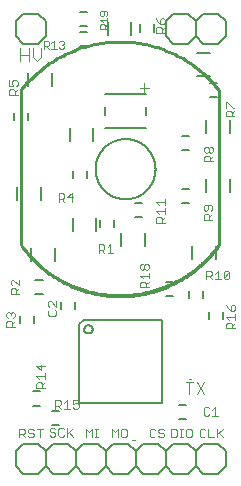
<source format=gto>
G75*
%MOIN*%
%OFA0B0*%
%FSLAX25Y25*%
%IPPOS*%
%LPD*%
%AMOC8*
5,1,8,0,0,1.08239X$1,22.5*
%
%ADD10C,0.00400*%
%ADD11C,0.00300*%
%ADD12C,0.00600*%
%ADD13C,0.00800*%
%ADD14C,0.00500*%
%ADD15C,0.00200*%
%ADD16C,0.01000*%
%ADD17C,0.00000*%
D10*
X0049068Y0131397D02*
X0049068Y0134133D01*
X0047700Y0132765D02*
X0050436Y0132765D01*
X0014579Y0143081D02*
X0014579Y0145817D01*
X0014579Y0143081D02*
X0013211Y0141713D01*
X0011844Y0143081D01*
X0011844Y0145817D01*
X0010436Y0145817D02*
X0010436Y0141713D01*
X0010436Y0143765D02*
X0007700Y0143765D01*
X0007700Y0141713D02*
X0007700Y0145817D01*
D11*
X0006294Y0135165D02*
X0005327Y0135165D01*
X0004843Y0134681D01*
X0004843Y0134198D01*
X0005327Y0133230D01*
X0003875Y0133230D01*
X0003875Y0135165D01*
X0004359Y0132219D02*
X0003875Y0131735D01*
X0003875Y0130284D01*
X0006778Y0130284D01*
X0005810Y0130284D02*
X0005810Y0131735D01*
X0005327Y0132219D01*
X0004359Y0132219D01*
X0005810Y0131251D02*
X0006778Y0132219D01*
X0006294Y0133230D02*
X0006778Y0133714D01*
X0006778Y0134681D01*
X0006294Y0135165D01*
X0020454Y0097558D02*
X0021905Y0097558D01*
X0022389Y0097074D01*
X0022389Y0096106D01*
X0021905Y0095623D01*
X0020454Y0095623D01*
X0021421Y0095623D02*
X0022389Y0094655D01*
X0023400Y0096106D02*
X0025335Y0096106D01*
X0024852Y0094655D02*
X0024852Y0097558D01*
X0023400Y0096106D01*
X0020454Y0094655D02*
X0020454Y0097558D01*
X0033798Y0080517D02*
X0033798Y0077614D01*
X0033798Y0078582D02*
X0035249Y0078582D01*
X0035733Y0079065D01*
X0035733Y0080033D01*
X0035249Y0080517D01*
X0033798Y0080517D01*
X0034765Y0078582D02*
X0035733Y0077614D01*
X0036744Y0077614D02*
X0038679Y0077614D01*
X0037712Y0077614D02*
X0037712Y0080517D01*
X0036744Y0079549D01*
X0047598Y0073508D02*
X0047598Y0072540D01*
X0048081Y0072056D01*
X0048565Y0072056D01*
X0049049Y0072540D01*
X0049049Y0073508D01*
X0049533Y0073991D01*
X0050016Y0073991D01*
X0050500Y0073508D01*
X0050500Y0072540D01*
X0050016Y0072056D01*
X0049533Y0072056D01*
X0049049Y0072540D01*
X0049049Y0073508D02*
X0048565Y0073991D01*
X0048081Y0073991D01*
X0047598Y0073508D01*
X0047598Y0070077D02*
X0050500Y0070077D01*
X0050500Y0069110D02*
X0050500Y0071045D01*
X0050500Y0068098D02*
X0049533Y0067131D01*
X0049533Y0067615D02*
X0049533Y0066163D01*
X0050500Y0066163D02*
X0047598Y0066163D01*
X0047598Y0067615D01*
X0048081Y0068098D01*
X0049049Y0068098D01*
X0049533Y0067615D01*
X0048565Y0069110D02*
X0047598Y0070077D01*
X0052898Y0087663D02*
X0052898Y0089115D01*
X0053381Y0089598D01*
X0054349Y0089598D01*
X0054833Y0089115D01*
X0054833Y0087663D01*
X0055800Y0087663D02*
X0052898Y0087663D01*
X0054833Y0088631D02*
X0055800Y0089598D01*
X0055800Y0090610D02*
X0055800Y0092545D01*
X0055800Y0091577D02*
X0052898Y0091577D01*
X0053865Y0090610D01*
X0053865Y0093556D02*
X0052898Y0094524D01*
X0055800Y0094524D01*
X0055800Y0095491D02*
X0055800Y0093556D01*
X0068764Y0093164D02*
X0068764Y0092197D01*
X0069247Y0091713D01*
X0069731Y0091713D01*
X0070215Y0092197D01*
X0070215Y0093648D01*
X0071182Y0093648D02*
X0069247Y0093648D01*
X0068764Y0093164D01*
X0069247Y0090702D02*
X0070215Y0090702D01*
X0070699Y0090218D01*
X0070699Y0088767D01*
X0070699Y0089734D02*
X0071666Y0090702D01*
X0071182Y0091713D02*
X0071666Y0092197D01*
X0071666Y0093164D01*
X0071182Y0093648D01*
X0069247Y0090702D02*
X0068764Y0090218D01*
X0068764Y0088767D01*
X0071666Y0088767D01*
X0070978Y0071724D02*
X0069526Y0071724D01*
X0069526Y0068821D01*
X0069526Y0069789D02*
X0070978Y0069789D01*
X0071461Y0070272D01*
X0071461Y0071240D01*
X0070978Y0071724D01*
X0072473Y0070756D02*
X0073440Y0071724D01*
X0073440Y0068821D01*
X0072473Y0068821D02*
X0074408Y0068821D01*
X0075419Y0069305D02*
X0077354Y0071240D01*
X0077354Y0069305D01*
X0076871Y0068821D01*
X0075903Y0068821D01*
X0075419Y0069305D01*
X0075419Y0071240D01*
X0075903Y0071724D01*
X0076871Y0071724D01*
X0077354Y0071240D01*
X0071461Y0068821D02*
X0070494Y0069789D01*
X0076398Y0060291D02*
X0076881Y0059324D01*
X0077849Y0058356D01*
X0077849Y0059808D01*
X0078333Y0060291D01*
X0078816Y0060291D01*
X0079300Y0059808D01*
X0079300Y0058840D01*
X0078816Y0058356D01*
X0077849Y0058356D01*
X0079300Y0057345D02*
X0079300Y0055410D01*
X0079300Y0056377D02*
X0076398Y0056377D01*
X0077365Y0055410D01*
X0076881Y0054398D02*
X0076398Y0053915D01*
X0076398Y0052463D01*
X0079300Y0052463D01*
X0078333Y0052463D02*
X0078333Y0053915D01*
X0077849Y0054398D01*
X0076881Y0054398D01*
X0078333Y0053431D02*
X0079300Y0054398D01*
X0068902Y0034467D02*
X0066433Y0030763D01*
X0068902Y0030763D02*
X0066433Y0034467D01*
X0065219Y0034467D02*
X0062750Y0034467D01*
X0063984Y0034467D02*
X0063984Y0030763D01*
X0068750Y0025832D02*
X0068750Y0023897D01*
X0069234Y0023413D01*
X0070201Y0023413D01*
X0070685Y0023897D01*
X0071697Y0023413D02*
X0073631Y0023413D01*
X0072664Y0023413D02*
X0072664Y0026316D01*
X0071697Y0025348D01*
X0070685Y0025832D02*
X0070201Y0026316D01*
X0069234Y0026316D01*
X0068750Y0025832D01*
X0068901Y0019066D02*
X0067934Y0019066D01*
X0067450Y0018582D01*
X0067450Y0016647D01*
X0067934Y0016163D01*
X0068901Y0016163D01*
X0069385Y0016647D01*
X0070397Y0016163D02*
X0070397Y0019066D01*
X0069385Y0018582D02*
X0068901Y0019066D01*
X0070397Y0016163D02*
X0072331Y0016163D01*
X0073343Y0016163D02*
X0073343Y0019066D01*
X0073827Y0017615D02*
X0075278Y0016163D01*
X0073343Y0017131D02*
X0075278Y0019066D01*
X0064796Y0018582D02*
X0064796Y0016647D01*
X0064312Y0016163D01*
X0063345Y0016163D01*
X0062861Y0016647D01*
X0062861Y0018582D01*
X0063345Y0019066D01*
X0064312Y0019066D01*
X0064796Y0018582D01*
X0061864Y0019066D02*
X0060897Y0019066D01*
X0061380Y0019066D02*
X0061380Y0016163D01*
X0060897Y0016163D02*
X0061864Y0016163D01*
X0059885Y0016647D02*
X0059885Y0018582D01*
X0059401Y0019066D01*
X0057950Y0019066D01*
X0057950Y0016163D01*
X0059401Y0016163D01*
X0059885Y0016647D01*
X0055631Y0016647D02*
X0055148Y0016163D01*
X0054180Y0016163D01*
X0053697Y0016647D01*
X0054180Y0017615D02*
X0055148Y0017615D01*
X0055631Y0017131D01*
X0055631Y0016647D01*
X0055631Y0018582D02*
X0055148Y0019066D01*
X0054180Y0019066D01*
X0053697Y0018582D01*
X0053697Y0018098D01*
X0054180Y0017615D01*
X0052685Y0018582D02*
X0052201Y0019066D01*
X0051234Y0019066D01*
X0050750Y0018582D01*
X0050750Y0016647D01*
X0051234Y0016163D01*
X0052201Y0016163D01*
X0052685Y0016647D01*
X0043131Y0016647D02*
X0043131Y0018582D01*
X0042648Y0019066D01*
X0041680Y0019066D01*
X0041197Y0018582D01*
X0041197Y0016647D01*
X0041680Y0016163D01*
X0042648Y0016163D01*
X0043131Y0016647D01*
X0040185Y0016163D02*
X0040185Y0019066D01*
X0039217Y0018098D01*
X0038250Y0019066D01*
X0038250Y0016163D01*
X0033464Y0016163D02*
X0032497Y0016163D01*
X0032980Y0016163D02*
X0032980Y0019066D01*
X0032497Y0019066D02*
X0033464Y0019066D01*
X0031485Y0019066D02*
X0031485Y0016163D01*
X0030517Y0018098D02*
X0031485Y0019066D01*
X0030517Y0018098D02*
X0029550Y0019066D01*
X0029550Y0016163D01*
X0025278Y0016363D02*
X0023827Y0017815D01*
X0023343Y0017331D02*
X0025278Y0019266D01*
X0023343Y0019266D02*
X0023343Y0016363D01*
X0022331Y0016847D02*
X0021848Y0016363D01*
X0020880Y0016363D01*
X0020397Y0016847D01*
X0020397Y0018782D01*
X0020880Y0019266D01*
X0021848Y0019266D01*
X0022331Y0018782D01*
X0019385Y0018782D02*
X0018901Y0019266D01*
X0017934Y0019266D01*
X0017450Y0018782D01*
X0017450Y0018298D01*
X0017934Y0017815D01*
X0018901Y0017815D01*
X0019385Y0017331D01*
X0019385Y0016847D01*
X0018901Y0016363D01*
X0017934Y0016363D01*
X0017450Y0016847D01*
X0015078Y0019066D02*
X0013143Y0019066D01*
X0012131Y0018582D02*
X0011648Y0019066D01*
X0010680Y0019066D01*
X0010197Y0018582D01*
X0010197Y0018098D01*
X0010680Y0017615D01*
X0011648Y0017615D01*
X0012131Y0017131D01*
X0012131Y0016647D01*
X0011648Y0016163D01*
X0010680Y0016163D01*
X0010197Y0016647D01*
X0009185Y0016163D02*
X0008217Y0017131D01*
X0008701Y0017131D02*
X0007250Y0017131D01*
X0007250Y0016163D02*
X0007250Y0019066D01*
X0008701Y0019066D01*
X0009185Y0018582D01*
X0009185Y0017615D01*
X0008701Y0017131D01*
X0014111Y0016163D02*
X0014111Y0019066D01*
X0019250Y0025713D02*
X0019250Y0028616D01*
X0020701Y0028616D01*
X0021185Y0028132D01*
X0021185Y0027165D01*
X0020701Y0026681D01*
X0019250Y0026681D01*
X0020217Y0026681D02*
X0021185Y0025713D01*
X0022197Y0025713D02*
X0024131Y0025713D01*
X0023164Y0025713D02*
X0023164Y0028616D01*
X0022197Y0027648D01*
X0025143Y0027165D02*
X0026111Y0027648D01*
X0026594Y0027648D01*
X0027078Y0027165D01*
X0027078Y0026197D01*
X0026594Y0025713D01*
X0025627Y0025713D01*
X0025143Y0026197D01*
X0025143Y0027165D02*
X0025143Y0028616D01*
X0027078Y0028616D01*
X0015900Y0032563D02*
X0012998Y0032563D01*
X0012998Y0034015D01*
X0013481Y0034498D01*
X0014449Y0034498D01*
X0014933Y0034015D01*
X0014933Y0032563D01*
X0014933Y0033531D02*
X0015900Y0034498D01*
X0015900Y0035510D02*
X0015900Y0037445D01*
X0015900Y0036477D02*
X0012998Y0036477D01*
X0013965Y0035510D01*
X0014449Y0038456D02*
X0014449Y0040391D01*
X0015900Y0039908D02*
X0012998Y0039908D01*
X0014449Y0038456D01*
X0005874Y0053026D02*
X0002972Y0053026D01*
X0002972Y0054477D01*
X0003455Y0054961D01*
X0004423Y0054961D01*
X0004907Y0054477D01*
X0004907Y0053026D01*
X0004907Y0053993D02*
X0005874Y0054961D01*
X0005390Y0055972D02*
X0005874Y0056456D01*
X0005874Y0057423D01*
X0005390Y0057907D01*
X0004907Y0057907D01*
X0004423Y0057423D01*
X0004423Y0056940D01*
X0004423Y0057423D02*
X0003939Y0057907D01*
X0003455Y0057907D01*
X0002972Y0057423D01*
X0002972Y0056456D01*
X0003455Y0055972D01*
X0004424Y0063867D02*
X0004424Y0065318D01*
X0004907Y0065802D01*
X0005875Y0065802D01*
X0006359Y0065318D01*
X0006359Y0063867D01*
X0007326Y0063867D02*
X0004424Y0063867D01*
X0006359Y0064835D02*
X0007326Y0065802D01*
X0007326Y0066814D02*
X0005391Y0068749D01*
X0004907Y0068749D01*
X0004424Y0068265D01*
X0004424Y0067297D01*
X0004907Y0066814D01*
X0007326Y0066814D02*
X0007326Y0068749D01*
X0016798Y0061161D02*
X0016798Y0060194D01*
X0017281Y0059710D01*
X0017281Y0058698D02*
X0016798Y0058215D01*
X0016798Y0057247D01*
X0017281Y0056763D01*
X0019216Y0056763D01*
X0019700Y0057247D01*
X0019700Y0058215D01*
X0019216Y0058698D01*
X0019700Y0059710D02*
X0017765Y0061645D01*
X0017281Y0061645D01*
X0016798Y0061161D01*
X0019700Y0061645D02*
X0019700Y0059710D01*
X0052879Y0150984D02*
X0052879Y0152435D01*
X0053363Y0152919D01*
X0054331Y0152919D01*
X0054814Y0152435D01*
X0054814Y0150984D01*
X0054814Y0151951D02*
X0055782Y0152919D01*
X0055298Y0153930D02*
X0055782Y0154414D01*
X0055782Y0155381D01*
X0055298Y0155865D01*
X0054814Y0155865D01*
X0054331Y0155381D01*
X0054331Y0153930D01*
X0055298Y0153930D01*
X0054331Y0153930D02*
X0053363Y0154898D01*
X0052879Y0155865D01*
X0052879Y0150984D02*
X0055782Y0150984D01*
X0069447Y0113007D02*
X0068964Y0112523D01*
X0068964Y0111556D01*
X0069447Y0111072D01*
X0069931Y0111072D01*
X0070415Y0111556D01*
X0070415Y0112523D01*
X0070899Y0113007D01*
X0071382Y0113007D01*
X0071866Y0112523D01*
X0071866Y0111556D01*
X0071382Y0111072D01*
X0070899Y0111072D01*
X0070415Y0111556D01*
X0070415Y0112523D02*
X0069931Y0113007D01*
X0069447Y0113007D01*
X0069447Y0110061D02*
X0070415Y0110061D01*
X0070899Y0109577D01*
X0070899Y0108126D01*
X0070899Y0109093D02*
X0071866Y0110061D01*
X0071866Y0108126D02*
X0068964Y0108126D01*
X0068964Y0109577D01*
X0069447Y0110061D01*
X0076156Y0123126D02*
X0076156Y0124577D01*
X0076640Y0125061D01*
X0077607Y0125061D01*
X0078091Y0124577D01*
X0078091Y0123126D01*
X0079058Y0123126D02*
X0076156Y0123126D01*
X0078091Y0124094D02*
X0079058Y0125061D01*
X0079058Y0126073D02*
X0078575Y0126073D01*
X0076640Y0128008D01*
X0076156Y0128008D01*
X0076156Y0126073D01*
D12*
X0006170Y0011600D02*
X0006170Y0006600D01*
X0008670Y0004100D01*
X0013670Y0004100D01*
X0016170Y0006600D01*
X0018670Y0004100D01*
X0023670Y0004100D01*
X0026170Y0006600D01*
X0026170Y0011600D01*
X0023670Y0014100D01*
X0018670Y0014100D01*
X0016170Y0011600D01*
X0016170Y0006600D01*
X0016170Y0011600D02*
X0013670Y0014100D01*
X0008670Y0014100D01*
X0006170Y0011600D01*
X0011819Y0026751D02*
X0014181Y0026751D01*
X0014181Y0031476D02*
X0011819Y0031476D01*
X0018219Y0024876D02*
X0020581Y0024876D01*
X0020581Y0020151D02*
X0018219Y0020151D01*
X0026170Y0011600D02*
X0028670Y0014100D01*
X0033670Y0014100D01*
X0036170Y0011600D01*
X0038670Y0014100D01*
X0043670Y0014100D01*
X0046170Y0011600D01*
X0048670Y0014100D01*
X0053670Y0014100D01*
X0056170Y0011600D01*
X0056170Y0006600D01*
X0053670Y0004100D01*
X0048670Y0004100D01*
X0046170Y0006600D01*
X0043670Y0004100D01*
X0038670Y0004100D01*
X0036170Y0006600D01*
X0033670Y0004100D01*
X0028670Y0004100D01*
X0026170Y0006600D01*
X0036170Y0006600D02*
X0036170Y0011600D01*
X0027371Y0027584D02*
X0027371Y0053785D01*
X0028769Y0055183D01*
X0054969Y0055183D01*
X0054969Y0027584D01*
X0027371Y0027584D01*
X0028956Y0052183D02*
X0028958Y0052258D01*
X0028964Y0052332D01*
X0028974Y0052406D01*
X0028987Y0052479D01*
X0029005Y0052552D01*
X0029026Y0052623D01*
X0029051Y0052694D01*
X0029080Y0052763D01*
X0029113Y0052830D01*
X0029149Y0052895D01*
X0029188Y0052959D01*
X0029230Y0053020D01*
X0029276Y0053079D01*
X0029325Y0053136D01*
X0029377Y0053189D01*
X0029431Y0053240D01*
X0029488Y0053289D01*
X0029548Y0053333D01*
X0029610Y0053375D01*
X0029674Y0053414D01*
X0029740Y0053449D01*
X0029807Y0053480D01*
X0029877Y0053508D01*
X0029947Y0053532D01*
X0030019Y0053553D01*
X0030092Y0053569D01*
X0030165Y0053582D01*
X0030240Y0053591D01*
X0030314Y0053596D01*
X0030389Y0053597D01*
X0030463Y0053594D01*
X0030538Y0053587D01*
X0030611Y0053576D01*
X0030685Y0053562D01*
X0030757Y0053543D01*
X0030828Y0053521D01*
X0030898Y0053495D01*
X0030967Y0053465D01*
X0031033Y0053432D01*
X0031098Y0053395D01*
X0031161Y0053355D01*
X0031222Y0053311D01*
X0031280Y0053265D01*
X0031336Y0053215D01*
X0031389Y0053163D01*
X0031440Y0053108D01*
X0031487Y0053050D01*
X0031531Y0052990D01*
X0031572Y0052927D01*
X0031610Y0052863D01*
X0031644Y0052797D01*
X0031675Y0052728D01*
X0031702Y0052659D01*
X0031725Y0052588D01*
X0031744Y0052516D01*
X0031760Y0052443D01*
X0031772Y0052369D01*
X0031780Y0052295D01*
X0031784Y0052220D01*
X0031784Y0052146D01*
X0031780Y0052071D01*
X0031772Y0051997D01*
X0031760Y0051923D01*
X0031744Y0051850D01*
X0031725Y0051778D01*
X0031702Y0051707D01*
X0031675Y0051638D01*
X0031644Y0051569D01*
X0031610Y0051503D01*
X0031572Y0051439D01*
X0031531Y0051376D01*
X0031487Y0051316D01*
X0031440Y0051258D01*
X0031389Y0051203D01*
X0031336Y0051151D01*
X0031280Y0051101D01*
X0031222Y0051055D01*
X0031161Y0051011D01*
X0031098Y0050971D01*
X0031033Y0050934D01*
X0030967Y0050901D01*
X0030898Y0050871D01*
X0030828Y0050845D01*
X0030757Y0050823D01*
X0030685Y0050804D01*
X0030611Y0050790D01*
X0030538Y0050779D01*
X0030463Y0050772D01*
X0030389Y0050769D01*
X0030314Y0050770D01*
X0030240Y0050775D01*
X0030165Y0050784D01*
X0030092Y0050797D01*
X0030019Y0050813D01*
X0029947Y0050834D01*
X0029877Y0050858D01*
X0029807Y0050886D01*
X0029740Y0050917D01*
X0029674Y0050952D01*
X0029610Y0050991D01*
X0029548Y0051033D01*
X0029488Y0051077D01*
X0029431Y0051126D01*
X0029377Y0051177D01*
X0029325Y0051230D01*
X0029276Y0051287D01*
X0029230Y0051346D01*
X0029188Y0051407D01*
X0029149Y0051471D01*
X0029113Y0051536D01*
X0029080Y0051603D01*
X0029051Y0051672D01*
X0029026Y0051743D01*
X0029005Y0051814D01*
X0028987Y0051887D01*
X0028974Y0051960D01*
X0028964Y0052034D01*
X0028958Y0052108D01*
X0028956Y0052183D01*
X0025862Y0058932D02*
X0025862Y0061294D01*
X0021138Y0061294D02*
X0021138Y0058932D01*
X0015078Y0063825D02*
X0012716Y0063825D01*
X0012716Y0068550D02*
X0015078Y0068550D01*
X0012136Y0056557D02*
X0012136Y0054194D01*
X0007412Y0054194D02*
X0007412Y0056557D01*
X0025196Y0102636D02*
X0025196Y0104998D01*
X0029920Y0104998D02*
X0029920Y0102636D01*
X0034154Y0088587D02*
X0034154Y0086224D01*
X0038879Y0086224D02*
X0038879Y0088587D01*
X0045819Y0089651D02*
X0048181Y0089651D01*
X0048181Y0094376D02*
X0045819Y0094376D01*
X0056319Y0067876D02*
X0058681Y0067876D01*
X0058681Y0063151D02*
X0056319Y0063151D01*
X0063930Y0062709D02*
X0063930Y0065071D01*
X0068654Y0065071D02*
X0068654Y0062709D01*
X0070438Y0057994D02*
X0070438Y0055632D01*
X0075162Y0055632D02*
X0075162Y0057994D01*
X0062881Y0027076D02*
X0060519Y0027076D01*
X0060519Y0022351D02*
X0062881Y0022351D01*
X0063670Y0014100D02*
X0058670Y0014100D01*
X0056170Y0011600D01*
X0056170Y0006600D02*
X0058670Y0004100D01*
X0063670Y0004100D01*
X0066170Y0006600D01*
X0068670Y0004100D01*
X0073670Y0004100D01*
X0076170Y0006600D01*
X0076170Y0011600D01*
X0073670Y0014100D01*
X0068670Y0014100D01*
X0066170Y0011600D01*
X0066170Y0006600D01*
X0066170Y0011600D02*
X0063670Y0014100D01*
X0046170Y0011600D02*
X0046170Y0006600D01*
X0061422Y0094285D02*
X0063784Y0094285D01*
X0063784Y0099009D02*
X0061422Y0099009D01*
X0061481Y0111785D02*
X0063843Y0111785D01*
X0063843Y0116509D02*
X0061481Y0116509D01*
X0070863Y0129509D02*
X0073225Y0129509D01*
X0073225Y0134234D02*
X0070863Y0134234D01*
X0068670Y0147407D02*
X0073670Y0147407D01*
X0076170Y0149907D01*
X0076170Y0154907D01*
X0073670Y0157407D01*
X0068670Y0157407D01*
X0066170Y0154907D01*
X0066170Y0149907D01*
X0068670Y0147407D01*
X0066170Y0149907D02*
X0063670Y0147407D01*
X0058670Y0147407D01*
X0056170Y0149907D01*
X0056170Y0154907D01*
X0058670Y0157407D01*
X0063670Y0157407D01*
X0066170Y0154907D01*
X0052280Y0153781D02*
X0052280Y0151419D01*
X0047556Y0151419D02*
X0047556Y0153781D01*
X0029981Y0153151D02*
X0027619Y0153151D01*
X0027619Y0151376D02*
X0029981Y0151376D01*
X0029981Y0146651D02*
X0027619Y0146651D01*
X0027619Y0157876D02*
X0029981Y0157876D01*
X0016170Y0154907D02*
X0016170Y0149907D01*
X0013670Y0147407D01*
X0008670Y0147407D01*
X0006170Y0149907D01*
X0006170Y0154907D01*
X0008670Y0157407D01*
X0013670Y0157407D01*
X0016170Y0154907D01*
X0010284Y0124281D02*
X0010284Y0121919D01*
X0005560Y0121919D02*
X0005560Y0124281D01*
D13*
X0010363Y0133348D02*
X0010363Y0137679D01*
X0018237Y0137679D02*
X0018237Y0133348D01*
X0024178Y0119179D02*
X0024178Y0114848D01*
X0032052Y0114848D02*
X0032052Y0119179D01*
X0033020Y0089376D02*
X0033020Y0085045D01*
X0025146Y0085045D02*
X0025146Y0089376D01*
X0019211Y0079361D02*
X0019211Y0075031D01*
X0011337Y0075031D02*
X0011337Y0079361D01*
X0014464Y0095191D02*
X0014464Y0099521D01*
X0006590Y0099521D02*
X0006590Y0095191D01*
X0036863Y0150348D02*
X0036863Y0154679D01*
X0044737Y0154679D02*
X0044737Y0150348D01*
X0066635Y0144395D02*
X0070965Y0144395D01*
X0070965Y0136521D02*
X0066635Y0136521D01*
X0069536Y0121781D02*
X0069536Y0117450D01*
X0077410Y0117450D02*
X0077410Y0121781D01*
X0077603Y0102261D02*
X0077603Y0097931D01*
X0069729Y0097931D02*
X0069729Y0102261D01*
X0072761Y0079982D02*
X0072761Y0075651D01*
X0064887Y0075651D02*
X0064887Y0079982D01*
X0049237Y0080048D02*
X0049237Y0084379D01*
X0041363Y0084379D02*
X0041363Y0080048D01*
D14*
X0073995Y0080557D02*
X0073408Y0079756D01*
X0072802Y0078971D01*
X0072178Y0078200D01*
X0071534Y0077445D01*
X0070873Y0076705D01*
X0070193Y0075982D01*
X0069497Y0075276D01*
X0068783Y0074587D01*
X0068052Y0073916D01*
X0067306Y0073262D01*
X0066544Y0072627D01*
X0065766Y0072011D01*
X0064974Y0071414D01*
X0064167Y0070836D01*
X0063347Y0070278D01*
X0062513Y0069740D01*
X0061666Y0069223D01*
X0060807Y0068727D01*
X0059937Y0068251D01*
X0059054Y0067797D01*
X0058161Y0067365D01*
X0057258Y0066955D01*
X0056345Y0066566D01*
X0055423Y0066200D01*
X0054492Y0065857D01*
X0053553Y0065536D01*
X0052607Y0065239D01*
X0051653Y0064964D01*
X0050694Y0064713D01*
X0049728Y0064485D01*
X0048757Y0064281D01*
X0047781Y0064101D01*
X0046802Y0063944D01*
X0045818Y0063812D01*
X0044832Y0063703D01*
X0043844Y0063619D01*
X0042854Y0063558D01*
X0041862Y0063522D01*
X0040870Y0063510D01*
X0039878Y0063522D01*
X0038886Y0063558D01*
X0037896Y0063619D01*
X0036908Y0063703D01*
X0035922Y0063812D01*
X0034938Y0063944D01*
X0033959Y0064101D01*
X0032983Y0064281D01*
X0032012Y0064485D01*
X0031046Y0064713D01*
X0030087Y0064964D01*
X0029133Y0065239D01*
X0028187Y0065536D01*
X0027248Y0065857D01*
X0026317Y0066200D01*
X0025395Y0066566D01*
X0024482Y0066955D01*
X0023579Y0067365D01*
X0022686Y0067797D01*
X0021803Y0068251D01*
X0020933Y0068727D01*
X0020074Y0069223D01*
X0019227Y0069740D01*
X0018393Y0070278D01*
X0017573Y0070836D01*
X0016766Y0071414D01*
X0015974Y0072011D01*
X0015196Y0072627D01*
X0014434Y0073262D01*
X0013688Y0073916D01*
X0012957Y0074587D01*
X0012243Y0075276D01*
X0011547Y0075982D01*
X0010867Y0076705D01*
X0010206Y0077445D01*
X0009562Y0078200D01*
X0008938Y0078971D01*
X0008332Y0079756D01*
X0007745Y0080557D01*
X0035855Y0119427D02*
X0049635Y0119427D01*
X0049635Y0123757D02*
X0049635Y0126120D01*
X0049635Y0130450D02*
X0035855Y0130450D01*
X0035855Y0126120D02*
X0035855Y0123757D01*
X0007745Y0131807D02*
X0008391Y0132610D01*
X0009057Y0133396D01*
X0009741Y0134166D01*
X0010445Y0134919D01*
X0011166Y0135654D01*
X0011905Y0136371D01*
X0012662Y0137071D01*
X0013436Y0137751D01*
X0014226Y0138412D01*
X0015031Y0139054D01*
X0015853Y0139676D01*
X0016689Y0140278D01*
X0017540Y0140859D01*
X0018404Y0141419D01*
X0019282Y0141958D01*
X0020174Y0142475D01*
X0021077Y0142970D01*
X0021992Y0143443D01*
X0022919Y0143893D01*
X0023856Y0144321D01*
X0024803Y0144726D01*
X0025761Y0145107D01*
X0026727Y0145465D01*
X0027701Y0145799D01*
X0028684Y0146109D01*
X0029673Y0146395D01*
X0030670Y0146656D01*
X0031672Y0146894D01*
X0032680Y0147106D01*
X0033693Y0147294D01*
X0034711Y0147457D01*
X0035732Y0147595D01*
X0036756Y0147709D01*
X0037782Y0147797D01*
X0038810Y0147860D01*
X0039840Y0147897D01*
X0040870Y0147910D01*
X0041900Y0147897D01*
X0042930Y0147860D01*
X0043958Y0147797D01*
X0044984Y0147709D01*
X0046008Y0147595D01*
X0047029Y0147457D01*
X0048047Y0147294D01*
X0049060Y0147106D01*
X0050068Y0146894D01*
X0051070Y0146656D01*
X0052067Y0146395D01*
X0053056Y0146109D01*
X0054039Y0145799D01*
X0055013Y0145465D01*
X0055979Y0145107D01*
X0056937Y0144726D01*
X0057884Y0144321D01*
X0058821Y0143893D01*
X0059748Y0143443D01*
X0060663Y0142970D01*
X0061566Y0142475D01*
X0062458Y0141958D01*
X0063336Y0141419D01*
X0064200Y0140859D01*
X0065051Y0140278D01*
X0065887Y0139676D01*
X0066709Y0139054D01*
X0067514Y0138412D01*
X0068304Y0137751D01*
X0069078Y0137071D01*
X0069835Y0136371D01*
X0070574Y0135654D01*
X0071295Y0134919D01*
X0071999Y0134166D01*
X0072683Y0133396D01*
X0073349Y0132610D01*
X0073995Y0131807D01*
X0032745Y0105557D02*
X0032748Y0105802D01*
X0032757Y0106048D01*
X0032772Y0106293D01*
X0032793Y0106537D01*
X0032820Y0106781D01*
X0032853Y0107024D01*
X0032892Y0107267D01*
X0032937Y0107508D01*
X0032988Y0107748D01*
X0033045Y0107987D01*
X0033107Y0108224D01*
X0033176Y0108460D01*
X0033250Y0108694D01*
X0033330Y0108926D01*
X0033415Y0109156D01*
X0033506Y0109384D01*
X0033603Y0109609D01*
X0033705Y0109833D01*
X0033813Y0110053D01*
X0033926Y0110271D01*
X0034044Y0110486D01*
X0034168Y0110698D01*
X0034296Y0110907D01*
X0034430Y0111113D01*
X0034569Y0111315D01*
X0034713Y0111514D01*
X0034862Y0111709D01*
X0035015Y0111901D01*
X0035173Y0112089D01*
X0035335Y0112273D01*
X0035503Y0112452D01*
X0035674Y0112628D01*
X0035850Y0112799D01*
X0036029Y0112967D01*
X0036213Y0113129D01*
X0036401Y0113287D01*
X0036593Y0113440D01*
X0036788Y0113589D01*
X0036987Y0113733D01*
X0037189Y0113872D01*
X0037395Y0114006D01*
X0037604Y0114134D01*
X0037816Y0114258D01*
X0038031Y0114376D01*
X0038249Y0114489D01*
X0038469Y0114597D01*
X0038693Y0114699D01*
X0038918Y0114796D01*
X0039146Y0114887D01*
X0039376Y0114972D01*
X0039608Y0115052D01*
X0039842Y0115126D01*
X0040078Y0115195D01*
X0040315Y0115257D01*
X0040554Y0115314D01*
X0040794Y0115365D01*
X0041035Y0115410D01*
X0041278Y0115449D01*
X0041521Y0115482D01*
X0041765Y0115509D01*
X0042009Y0115530D01*
X0042254Y0115545D01*
X0042500Y0115554D01*
X0042745Y0115557D01*
X0042990Y0115554D01*
X0043236Y0115545D01*
X0043481Y0115530D01*
X0043725Y0115509D01*
X0043969Y0115482D01*
X0044212Y0115449D01*
X0044455Y0115410D01*
X0044696Y0115365D01*
X0044936Y0115314D01*
X0045175Y0115257D01*
X0045412Y0115195D01*
X0045648Y0115126D01*
X0045882Y0115052D01*
X0046114Y0114972D01*
X0046344Y0114887D01*
X0046572Y0114796D01*
X0046797Y0114699D01*
X0047021Y0114597D01*
X0047241Y0114489D01*
X0047459Y0114376D01*
X0047674Y0114258D01*
X0047886Y0114134D01*
X0048095Y0114006D01*
X0048301Y0113872D01*
X0048503Y0113733D01*
X0048702Y0113589D01*
X0048897Y0113440D01*
X0049089Y0113287D01*
X0049277Y0113129D01*
X0049461Y0112967D01*
X0049640Y0112799D01*
X0049816Y0112628D01*
X0049987Y0112452D01*
X0050155Y0112273D01*
X0050317Y0112089D01*
X0050475Y0111901D01*
X0050628Y0111709D01*
X0050777Y0111514D01*
X0050921Y0111315D01*
X0051060Y0111113D01*
X0051194Y0110907D01*
X0051322Y0110698D01*
X0051446Y0110486D01*
X0051564Y0110271D01*
X0051677Y0110053D01*
X0051785Y0109833D01*
X0051887Y0109609D01*
X0051984Y0109384D01*
X0052075Y0109156D01*
X0052160Y0108926D01*
X0052240Y0108694D01*
X0052314Y0108460D01*
X0052383Y0108224D01*
X0052445Y0107987D01*
X0052502Y0107748D01*
X0052553Y0107508D01*
X0052598Y0107267D01*
X0052637Y0107024D01*
X0052670Y0106781D01*
X0052697Y0106537D01*
X0052718Y0106293D01*
X0052733Y0106048D01*
X0052742Y0105802D01*
X0052745Y0105557D01*
X0052742Y0105312D01*
X0052733Y0105066D01*
X0052718Y0104821D01*
X0052697Y0104577D01*
X0052670Y0104333D01*
X0052637Y0104090D01*
X0052598Y0103847D01*
X0052553Y0103606D01*
X0052502Y0103366D01*
X0052445Y0103127D01*
X0052383Y0102890D01*
X0052314Y0102654D01*
X0052240Y0102420D01*
X0052160Y0102188D01*
X0052075Y0101958D01*
X0051984Y0101730D01*
X0051887Y0101505D01*
X0051785Y0101281D01*
X0051677Y0101061D01*
X0051564Y0100843D01*
X0051446Y0100628D01*
X0051322Y0100416D01*
X0051194Y0100207D01*
X0051060Y0100001D01*
X0050921Y0099799D01*
X0050777Y0099600D01*
X0050628Y0099405D01*
X0050475Y0099213D01*
X0050317Y0099025D01*
X0050155Y0098841D01*
X0049987Y0098662D01*
X0049816Y0098486D01*
X0049640Y0098315D01*
X0049461Y0098147D01*
X0049277Y0097985D01*
X0049089Y0097827D01*
X0048897Y0097674D01*
X0048702Y0097525D01*
X0048503Y0097381D01*
X0048301Y0097242D01*
X0048095Y0097108D01*
X0047886Y0096980D01*
X0047674Y0096856D01*
X0047459Y0096738D01*
X0047241Y0096625D01*
X0047021Y0096517D01*
X0046797Y0096415D01*
X0046572Y0096318D01*
X0046344Y0096227D01*
X0046114Y0096142D01*
X0045882Y0096062D01*
X0045648Y0095988D01*
X0045412Y0095919D01*
X0045175Y0095857D01*
X0044936Y0095800D01*
X0044696Y0095749D01*
X0044455Y0095704D01*
X0044212Y0095665D01*
X0043969Y0095632D01*
X0043725Y0095605D01*
X0043481Y0095584D01*
X0043236Y0095569D01*
X0042990Y0095560D01*
X0042745Y0095557D01*
X0042500Y0095560D01*
X0042254Y0095569D01*
X0042009Y0095584D01*
X0041765Y0095605D01*
X0041521Y0095632D01*
X0041278Y0095665D01*
X0041035Y0095704D01*
X0040794Y0095749D01*
X0040554Y0095800D01*
X0040315Y0095857D01*
X0040078Y0095919D01*
X0039842Y0095988D01*
X0039608Y0096062D01*
X0039376Y0096142D01*
X0039146Y0096227D01*
X0038918Y0096318D01*
X0038693Y0096415D01*
X0038469Y0096517D01*
X0038249Y0096625D01*
X0038031Y0096738D01*
X0037816Y0096856D01*
X0037604Y0096980D01*
X0037395Y0097108D01*
X0037189Y0097242D01*
X0036987Y0097381D01*
X0036788Y0097525D01*
X0036593Y0097674D01*
X0036401Y0097827D01*
X0036213Y0097985D01*
X0036029Y0098147D01*
X0035850Y0098315D01*
X0035674Y0098486D01*
X0035503Y0098662D01*
X0035335Y0098841D01*
X0035173Y0099025D01*
X0035015Y0099213D01*
X0034862Y0099405D01*
X0034713Y0099600D01*
X0034569Y0099799D01*
X0034430Y0100001D01*
X0034296Y0100207D01*
X0034168Y0100416D01*
X0034044Y0100628D01*
X0033926Y0100843D01*
X0033813Y0101061D01*
X0033705Y0101281D01*
X0033603Y0101505D01*
X0033506Y0101730D01*
X0033415Y0101958D01*
X0033330Y0102188D01*
X0033250Y0102420D01*
X0033176Y0102654D01*
X0033107Y0102890D01*
X0033045Y0103127D01*
X0032988Y0103366D01*
X0032937Y0103606D01*
X0032892Y0103847D01*
X0032853Y0104090D01*
X0032820Y0104333D01*
X0032793Y0104577D01*
X0032772Y0104821D01*
X0032757Y0105066D01*
X0032748Y0105312D01*
X0032745Y0105557D01*
D15*
X0021923Y0145763D02*
X0021055Y0145763D01*
X0020622Y0146197D01*
X0021489Y0147064D02*
X0021923Y0147064D01*
X0022357Y0146631D01*
X0022357Y0146197D01*
X0021923Y0145763D01*
X0021923Y0147064D02*
X0022357Y0147498D01*
X0022357Y0147932D01*
X0021923Y0148366D01*
X0021055Y0148366D01*
X0020622Y0147932D01*
X0019778Y0145763D02*
X0018044Y0145763D01*
X0017200Y0145763D02*
X0016333Y0146631D01*
X0016766Y0146631D02*
X0017200Y0147064D01*
X0017200Y0147932D01*
X0016766Y0148366D01*
X0015465Y0148366D01*
X0015465Y0145763D01*
X0015465Y0146631D02*
X0016766Y0146631D01*
X0018044Y0147498D02*
X0018911Y0148366D01*
X0018911Y0145763D01*
X0034348Y0152313D02*
X0034348Y0153414D01*
X0034715Y0153781D01*
X0035449Y0153781D01*
X0035816Y0153414D01*
X0035816Y0152313D01*
X0036550Y0152313D02*
X0034348Y0152313D01*
X0035082Y0154523D02*
X0034348Y0155257D01*
X0036550Y0155257D01*
X0036550Y0154523D02*
X0036550Y0155991D01*
X0036183Y0156733D02*
X0036550Y0157100D01*
X0036550Y0157834D01*
X0036183Y0158201D01*
X0034715Y0158201D01*
X0034348Y0157834D01*
X0034348Y0157100D01*
X0034715Y0156733D01*
X0035082Y0156733D01*
X0035449Y0157100D01*
X0035449Y0158201D01*
X0036550Y0153781D02*
X0035816Y0153047D01*
D16*
X0007745Y0131806D02*
X0008379Y0132604D01*
X0009032Y0133385D01*
X0009704Y0134150D01*
X0010394Y0134899D01*
X0011102Y0135631D01*
X0011828Y0136345D01*
X0012571Y0137042D01*
X0013331Y0137720D01*
X0014107Y0138380D01*
X0014899Y0139021D01*
X0015706Y0139642D01*
X0016528Y0140243D01*
X0017364Y0140824D01*
X0018214Y0141385D01*
X0019078Y0141925D01*
X0019954Y0142444D01*
X0020843Y0142941D01*
X0021744Y0143417D01*
X0022656Y0143870D01*
X0023578Y0144302D01*
X0024511Y0144711D01*
X0025454Y0145097D01*
X0026405Y0145460D01*
X0027365Y0145799D01*
X0028334Y0146116D01*
X0029309Y0146408D01*
X0030291Y0146677D01*
X0031280Y0146922D01*
X0032274Y0147143D01*
X0033273Y0147340D01*
X0034277Y0147512D01*
X0035285Y0147660D01*
X0036296Y0147784D01*
X0037310Y0147883D01*
X0038325Y0147957D01*
X0039343Y0148006D01*
X0040361Y0148031D01*
X0041379Y0148031D01*
X0042397Y0148006D01*
X0043415Y0147957D01*
X0044430Y0147883D01*
X0045444Y0147784D01*
X0046455Y0147660D01*
X0047463Y0147512D01*
X0048467Y0147340D01*
X0049466Y0147143D01*
X0050460Y0146922D01*
X0051449Y0146677D01*
X0052431Y0146408D01*
X0053406Y0146116D01*
X0054375Y0145799D01*
X0055335Y0145460D01*
X0056286Y0145097D01*
X0057229Y0144711D01*
X0058162Y0144302D01*
X0059084Y0143870D01*
X0059996Y0143417D01*
X0060897Y0142941D01*
X0061786Y0142444D01*
X0062662Y0141925D01*
X0063526Y0141385D01*
X0064376Y0140824D01*
X0065212Y0140243D01*
X0066034Y0139642D01*
X0066841Y0139021D01*
X0067633Y0138380D01*
X0068409Y0137720D01*
X0069169Y0137042D01*
X0069912Y0136345D01*
X0070638Y0135631D01*
X0071346Y0134899D01*
X0072036Y0134150D01*
X0072708Y0133385D01*
X0073361Y0132604D01*
X0073995Y0131806D01*
X0073995Y0131807D02*
X0073995Y0080557D01*
X0073426Y0079752D01*
X0072838Y0078962D01*
X0072230Y0078186D01*
X0071604Y0077425D01*
X0070959Y0076680D01*
X0070296Y0075951D01*
X0069616Y0075238D01*
X0068918Y0074543D01*
X0068203Y0073864D01*
X0067473Y0073204D01*
X0066726Y0072561D01*
X0065963Y0071937D01*
X0065186Y0071332D01*
X0064394Y0070746D01*
X0063587Y0070179D01*
X0062767Y0069633D01*
X0061934Y0069106D01*
X0061089Y0068601D01*
X0060231Y0068116D01*
X0059362Y0067652D01*
X0058481Y0067210D01*
X0057590Y0066789D01*
X0056689Y0066391D01*
X0055778Y0066014D01*
X0054859Y0065660D01*
X0053931Y0065329D01*
X0052995Y0065020D01*
X0052052Y0064735D01*
X0051102Y0064472D01*
X0050147Y0064233D01*
X0049185Y0064018D01*
X0048219Y0063826D01*
X0047248Y0063658D01*
X0046273Y0063514D01*
X0045295Y0063393D01*
X0044314Y0063297D01*
X0043332Y0063224D01*
X0042348Y0063176D01*
X0041363Y0063152D01*
X0040377Y0063152D01*
X0039392Y0063176D01*
X0038408Y0063224D01*
X0037426Y0063297D01*
X0036445Y0063393D01*
X0035467Y0063514D01*
X0034492Y0063658D01*
X0033521Y0063826D01*
X0032555Y0064018D01*
X0031593Y0064233D01*
X0030638Y0064472D01*
X0029688Y0064735D01*
X0028745Y0065020D01*
X0027809Y0065329D01*
X0026881Y0065660D01*
X0025962Y0066014D01*
X0025051Y0066391D01*
X0024150Y0066789D01*
X0023259Y0067210D01*
X0022378Y0067652D01*
X0021509Y0068116D01*
X0020651Y0068601D01*
X0019806Y0069106D01*
X0018973Y0069633D01*
X0018153Y0070179D01*
X0017346Y0070746D01*
X0016554Y0071332D01*
X0015777Y0071937D01*
X0015014Y0072561D01*
X0014267Y0073204D01*
X0013537Y0073864D01*
X0012822Y0074543D01*
X0012124Y0075238D01*
X0011444Y0075951D01*
X0010781Y0076680D01*
X0010136Y0077425D01*
X0009510Y0078186D01*
X0008902Y0078962D01*
X0008314Y0079752D01*
X0007745Y0080557D01*
X0007745Y0131807D01*
D17*
X0063800Y0035613D02*
X0063800Y0035513D01*
X0063800Y0035547D02*
X0063850Y0035547D01*
X0063867Y0035563D01*
X0063867Y0035597D01*
X0063850Y0035613D01*
X0063800Y0035613D01*
X0063892Y0035613D02*
X0063959Y0035613D01*
X0063984Y0035613D02*
X0064034Y0035613D01*
X0064051Y0035597D01*
X0064051Y0035563D01*
X0064034Y0035547D01*
X0063984Y0035547D01*
X0064018Y0035547D02*
X0064051Y0035513D01*
X0064076Y0035513D02*
X0064143Y0035513D01*
X0064110Y0035513D02*
X0064110Y0035613D01*
X0064076Y0035580D01*
X0063984Y0035613D02*
X0063984Y0035513D01*
X0063925Y0035513D02*
X0063925Y0035613D01*
X0064168Y0035613D02*
X0064235Y0035613D01*
X0064260Y0035613D02*
X0064310Y0035613D01*
X0064327Y0035597D01*
X0064327Y0035563D01*
X0064310Y0035547D01*
X0064260Y0035547D01*
X0064260Y0035513D02*
X0064260Y0035613D01*
X0064202Y0035613D02*
X0064202Y0035513D01*
X0064352Y0035513D02*
X0064419Y0035513D01*
X0064445Y0035530D02*
X0064461Y0035513D01*
X0064495Y0035513D01*
X0064511Y0035530D01*
X0064511Y0035547D01*
X0064495Y0035563D01*
X0064478Y0035563D01*
X0064495Y0035563D02*
X0064511Y0035580D01*
X0064511Y0035597D01*
X0064495Y0035613D01*
X0064461Y0035613D01*
X0064445Y0035597D01*
X0064386Y0035613D02*
X0064386Y0035513D01*
X0064352Y0035580D02*
X0064386Y0035613D01*
X0064537Y0035613D02*
X0064587Y0035613D01*
X0064603Y0035597D01*
X0064603Y0035563D01*
X0064587Y0035547D01*
X0064537Y0035547D01*
X0064570Y0035547D02*
X0064603Y0035513D01*
X0064537Y0035513D02*
X0064537Y0035613D01*
X0045787Y0015413D02*
X0045803Y0015397D01*
X0045803Y0015363D01*
X0045787Y0015347D01*
X0045737Y0015347D01*
X0045711Y0015347D02*
X0045711Y0015330D01*
X0045695Y0015313D01*
X0045661Y0015313D01*
X0045645Y0015330D01*
X0045619Y0015313D02*
X0045552Y0015313D01*
X0045586Y0015313D02*
X0045586Y0015413D01*
X0045552Y0015380D01*
X0045527Y0015363D02*
X0045510Y0015347D01*
X0045460Y0015347D01*
X0045460Y0015313D02*
X0045460Y0015413D01*
X0045510Y0015413D01*
X0045527Y0015397D01*
X0045527Y0015363D01*
X0045435Y0015413D02*
X0045368Y0015413D01*
X0045402Y0015413D02*
X0045402Y0015313D01*
X0045343Y0015313D02*
X0045276Y0015313D01*
X0045251Y0015313D02*
X0045218Y0015347D01*
X0045234Y0015347D02*
X0045184Y0015347D01*
X0045184Y0015313D02*
X0045184Y0015413D01*
X0045234Y0015413D01*
X0045251Y0015397D01*
X0045251Y0015363D01*
X0045234Y0015347D01*
X0045276Y0015380D02*
X0045310Y0015413D01*
X0045310Y0015313D01*
X0045159Y0015413D02*
X0045092Y0015413D01*
X0045067Y0015397D02*
X0045067Y0015363D01*
X0045050Y0015347D01*
X0045000Y0015347D01*
X0045000Y0015313D02*
X0045000Y0015413D01*
X0045050Y0015413D01*
X0045067Y0015397D01*
X0045125Y0015413D02*
X0045125Y0015313D01*
X0045645Y0015397D02*
X0045661Y0015413D01*
X0045695Y0015413D01*
X0045711Y0015397D01*
X0045711Y0015380D01*
X0045695Y0015363D01*
X0045711Y0015347D01*
X0045695Y0015363D02*
X0045678Y0015363D01*
X0045737Y0015313D02*
X0045737Y0015413D01*
X0045787Y0015413D01*
X0045770Y0015347D02*
X0045803Y0015313D01*
M02*

</source>
